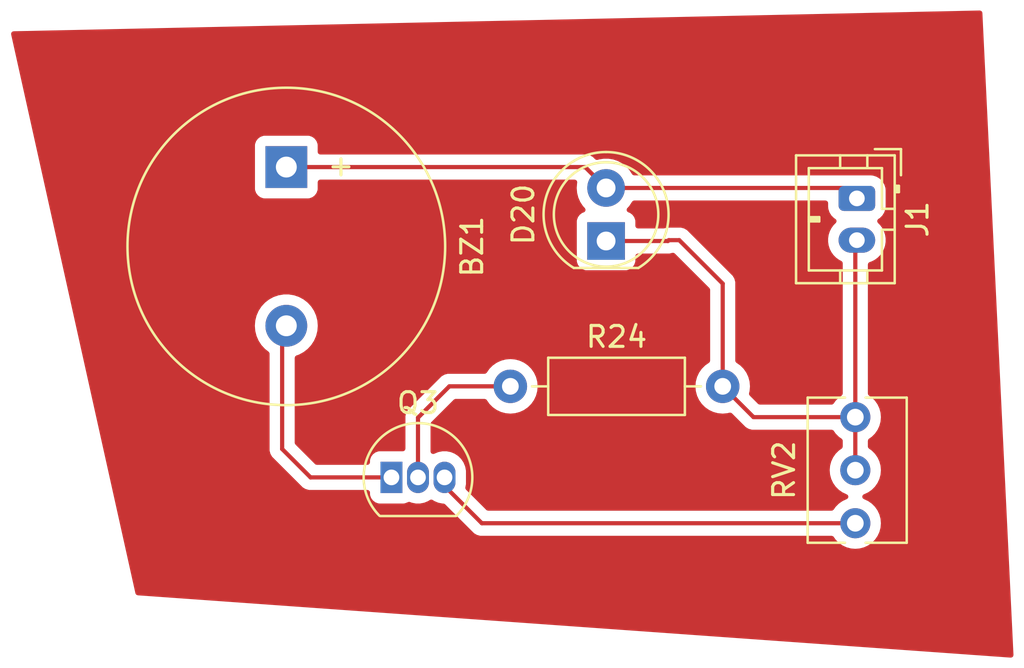
<source format=kicad_pcb>
(kicad_pcb (version 20240108) (generator "pcbnew") (generator_version "8.0")
  (layers (0 "F.Cu" signal) (31 "B.Cu" signal) (34 "B.Paste" user) (35 "F.Paste" user) (36 "B.SilkS" user "B.Silkscreen") (37 "F.SilkS" user "F.Silkscreen") (38 "B.Mask" user) (39 "F.Mask" user) (44 "Edge.Cuts" user))
  (net 0 "")
  (net 1 "Net-(BZ1--)")
  (net 2 "Net-(BT1-+)")
  (net 3 "Net-(D20-K)")
  (net 4 "GND")
  (net 5 "Net-(Q3-B)")
  (net 6 "Net-(BT1--)")
  (footprint "Package_TO_SOT_THT:TO-92_Inline" (layer "F.Cu") (at 128.23 102.36)
    (property "Reference" "Q3" (at 1.27 -3.56 0) (layer "F.SilkS"))
    (property "Value" "BC337-40")
    (fp_line (start -0.53 1.85) (end 3.07 1.85) (stroke (width 0.12)) (layer "F.SilkS"))
    (fp_arc (start -0.568478 1.838478) (mid -1.132087 -0.994977) (end 1.27 -2.6) (stroke (width 0.12)) (layer "F.SilkS"))
    (fp_arc (start 1.27 -2.6) (mid 3.672087 -0.994977) (end 3.108478 1.838478) (stroke (width 0.12)) (layer "F.SilkS"))
    (pad "1" thru_hole rect (at 0 0) (size 1.05 1.5) (drill 0.75) (layers "*.Cu" "*.Mask") (net 1 "Net-(BZ1--)"))
    (pad "2" thru_hole oval (at 1.27 0) (size 1.05 1.5) (drill 0.75) (layers "*.Cu" "*.Mask") (net 5 "Net-(Q3-B)"))
    (pad "3" thru_hole oval (at 2.54 0) (size 1.05 1.5) (drill 0.75) (layers "*.Cu" "*.Mask") (net 6 "Net-(BT1--)"))
  )
  (footprint "Connector_JST:JST_PH_B2B-PH-K_1x02_P2.00mm_Vertical" (layer "F.Cu") (at 150.5 89 -90)
    (property "Reference" "J1" (at 1 -2.9 90) (layer "F.SilkS"))
    (property "Value" "Conn_01x02_Pin")
    (fp_line (start -2.06 2.91) (end 4.06 2.91) (stroke (width 0.12)) (layer "F.SilkS"))
    (fp_line (start 4.06 2.91) (end 4.06 -1.81) (stroke (width 0.12)) (layer "F.SilkS"))
    (fp_line (start -1.45 2.3) (end 3.45 2.3) (stroke (width 0.12)) (layer "F.SilkS"))
    (fp_line (start 0.9 2.3) (end 0.9 1.8) (stroke (width 0.12)) (layer "F.SilkS"))
    (fp_line (start 1 2.3) (end 1 1.8) (stroke (width 0.12)) (layer "F.SilkS"))
    (fp_line (start 3.45 2.3) (end 3.45 -1.2) (stroke (width 0.12)) (layer "F.SilkS"))
    (fp_line (start 0.9 1.8) (end 1.1 1.8) (stroke (width 0.12)) (layer "F.SilkS"))
    (fp_line (start 1.1 1.8) (end 1.1 2.3) (stroke (width 0.12)) (layer "F.SilkS"))
    (fp_line (start -2.06 0.8) (end -1.45 0.8) (stroke (width 0.12)) (layer "F.SilkS"))
    (fp_line (start 4.06 0.8) (end 3.45 0.8) (stroke (width 0.12)) (layer "F.SilkS"))
    (fp_line (start -2.06 -0.5) (end -1.45 -0.5) (stroke (width 0.12)) (layer "F.SilkS"))
    (fp_line (start 4.06 -0.5) (end 3.45 -0.5) (stroke (width 0.12)) (layer "F.SilkS"))
    (fp_line (start -1.45 -1.2) (end -1.45 2.3) (stroke (width 0.12)) (layer "F.SilkS"))
    (fp_line (start 0.5 -1.2) (end -1.45 -1.2) (stroke (width 0.12)) (layer "F.SilkS"))
    (fp_line (start 1.5 -1.2) (end 1.5 -1.81) (stroke (width 0.12)) (layer "F.SilkS"))
    (fp_line (start 3.45 -1.2) (end 1.5 -1.2) (stroke (width 0.12)) (layer "F.SilkS"))
    (fp_line (start -2.06 -1.81) (end -2.06 2.91) (stroke (width 0.12)) (layer "F.SilkS"))
    (fp_line (start -0.3 -1.81) (end -0.3 -2.01) (stroke (width 0.12)) (layer "F.SilkS"))
    (fp_line (start 0.5 -1.81) (end 0.5 -1.2) (stroke (width 0.12)) (layer "F.SilkS"))
    (fp_line (start 4.06 -1.81) (end -2.06 -1.81) (stroke (width 0.12)) (layer "F.SilkS"))
    (fp_line (start -0.3 -1.91) (end -0.6 -1.91) (stroke (width 0.12)) (layer "F.SilkS"))
    (fp_line (start -0.6 -2.01) (end -0.6 -1.81) (stroke (width 0.12)) (layer "F.SilkS"))
    (fp_line (start -0.3 -2.01) (end -0.6 -2.01) (stroke (width 0.12)) (layer "F.SilkS"))
    (fp_line (start -2.36 -2.11) (end -2.36 -0.86) (stroke (width 0.12)) (layer "F.SilkS"))
    (fp_line (start -1.11 -2.11) (end -2.36 -2.11) (stroke (width 0.12)) (layer "F.SilkS"))
    (pad "1" thru_hole roundrect (at 0 0 270) (size 1.2 1.75) (drill 0.75) (layers "*.Cu" "*.Mask") (roundrect_rratio 0.208333) (net 2 "Net-(BT1-+)"))
    (pad "2" thru_hole oval (at 2 0 270) (size 1.2 1.75) (drill 0.75) (layers "*.Cu" "*.Mask") (net 3 "Net-(D20-K)"))
  )
  (footprint "Buzzer_Beeper:Buzzer_15x7.5RM7.6" (layer "F.Cu") (at 123.2 87.5 -90)
    (property "Reference" "BZ1" (at 3.81 -8.89 90) (layer "F.SilkS"))
    (property "Value" "Buzzer")
    (fp_circle (center 3.8 0) (end 11.4 0) (stroke (width 0.12)) (fill none) (layer "F.SilkS"))
    (fp_text user "+" (at -0.01 -2.54 90) (layer "F.SilkS"))
    (pad "1" thru_hole rect (at 0 0 270) (size 2 2) (drill 1) (layers "*.Cu" "*.Mask") (net 2 "Net-(BT1-+)"))
    (pad "2" thru_hole circle (at 7.6 0 270) (size 2 2) (drill 1) (layers "*.Cu" "*.Mask") (net 1 "Net-(BZ1--)"))
  )
  (footprint "Potentiometer_THT:Potentiometer_Bourns_3266Y_Vertical" (layer "F.Cu") (at 150.425 99.475 90)
    (property "Reference" "RV2" (at -2.54 -3.41 90) (layer "F.SilkS"))
    (property "Value" "R_Potentiometer")
    (fp_line (start 0.935 -2.28) (end 0.935 -0.494) (stroke (width 0.12)) (layer "F.SilkS"))
    (fp_line (start -6.015 -2.28) (end 0.935 -2.28) (stroke (width 0.12)) (layer "F.SilkS"))
    (fp_line (start -6.015 -2.28) (end -6.015 -0.494) (stroke (width 0.12)) (layer "F.SilkS"))
    (fp_line (start 0.935 0.496) (end 0.935 2.46) (stroke (width 0.12)) (layer "F.SilkS"))
    (fp_line (start -6.015 0.496) (end -6.015 2.46) (stroke (width 0.12)) (layer "F.SilkS"))
    (fp_line (start -6.015 2.46) (end 0.935 2.46) (stroke (width 0.12)) (layer "F.SilkS"))
    (pad "1" thru_hole circle (at 0 0 90) (size 1.44 1.44) (drill 0.8) (layers "*.Cu" "*.Mask") (net 3 "Net-(D20-K)"))
    (pad "2" thru_hole circle (at -2.54 0 90) (size 1.44 1.44) (drill 0.8) (layers "*.Cu" "*.Mask") (net 3 "Net-(D20-K)"))
    (pad "3" thru_hole circle (at -5.08 0 90) (size 1.44 1.44) (drill 0.8) (layers "*.Cu" "*.Mask") (net 6 "Net-(BT1--)"))
  )
  (footprint "Resistor_THT:R_Axial_DIN0207_L6.3mm_D2.5mm_P10.16mm_Horizontal" (layer "F.Cu") (at 133.92 98)
    (property "Reference" "R24" (at 5.08 -2.37 360) (layer "F.SilkS"))
    (property "Value" "R")
    (fp_line (start 1.04 0) (end 1.81 0) (stroke (width 0.12)) (layer "F.SilkS"))
    (fp_line (start 1.81 -1.37) (end 1.81 1.37) (stroke (width 0.12)) (layer "F.SilkS"))
    (fp_line (start 1.81 1.37) (end 8.35 1.37) (stroke (width 0.12)) (layer "F.SilkS"))
    (fp_line (start 8.35 -1.37) (end 1.81 -1.37) (stroke (width 0.12)) (layer "F.SilkS"))
    (fp_line (start 8.35 1.37) (end 8.35 -1.37) (stroke (width 0.12)) (layer "F.SilkS"))
    (fp_line (start 9.12 0) (end 8.35 0) (stroke (width 0.12)) (layer "F.SilkS"))
    (pad "1" thru_hole circle (at 0 0) (size 1.6 1.6) (drill 0.8) (layers "*.Cu" "*.Mask") (net 5 "Net-(Q3-B)"))
    (pad "2" thru_hole oval (at 10.16 0) (size 1.6 1.6) (drill 0.8) (layers "*.Cu" "*.Mask") (net 3 "Net-(D20-K)"))
  )
  (footprint "LED_THT:LED_D5.0mm" (layer "F.Cu") (at 138.5 91.04 90)
    (property "Reference" "D20" (at 1.27 -3.96 90) (layer "F.SilkS"))
    (property "Value" "LED")
    (fp_line (start -1.29 -1.545) (end -1.29 1.545) (stroke (width 0.12)) (layer "F.SilkS"))
    (fp_arc (start -1.29 -1.54483) (mid 2.072002 -2.880433) (end 4.26 0.000462) (stroke (width 0.12)) (layer "F.SilkS"))
    (fp_arc (start 4.26 -0.000462) (mid 2.072002 2.880433) (end -1.29 1.54483) (stroke (width 0.12)) (layer "F.SilkS"))
    (fp_circle (center 1.27 0) (end 3.77 0) (stroke (width 0.12)) (fill none) (layer "F.SilkS"))
    (pad "1" thru_hole rect (at 0 0 90) (size 1.8 1.8) (drill 0.9) (layers "*.Cu" "*.Mask") (net 3 "Net-(D20-K)"))
    (pad "2" thru_hole circle (at 2.54 0 90) (size 1.8 1.8) (drill 0.9) (layers "*.Cu" "*.Mask") (net 2 "Net-(BT1-+)"))
  )
  (segment (start 124.36 102.36) (end 128.23 102.36) (width 0.2) (layer "F.Cu") (net 1))
  (segment (start 123 101) (end 124.36 102.36) (width 0.2) (layer "F.Cu") (net 1))
  (segment (start 123.2 95.1) (end 123 95.3) (width 0.2) (layer "F.Cu") (net 1))
  (segment (start 123 95.3) (end 123 101) (width 0.2) (layer "F.Cu") (net 1))
  (segment (start 138.5 88.5) (end 150 88.5) (width 0.2) (layer "F.Cu") (net 2))
  (segment (start 137.5 87.5) (end 138.5 88.5) (width 0.2) (layer "F.Cu") (net 2))
  (segment (start 123.2 87.5) (end 137.5 87.5) (width 0.2) (layer "F.Cu") (net 2))
  (segment (start 150 88.5) (end 150.5 89) (width 0.2) (layer "F.Cu") (net 2))
  (segment (start 142 91) (end 141.5 91) (width 0.2) (layer "F.Cu") (net 3))
  (segment (start 141.5 91) (end 141.46 91.04) (width 0.2) (layer "F.Cu") (net 3))
  (segment (start 150.5 91) (end 150.5 91.5) (width 0.2) (layer "F.Cu") (net 3))
  (segment (start 150.425 99.475) (end 145.555 99.475) (width 0.2) (layer "F.Cu") (net 3))
  (segment (start 144.08 98) (end 144.08 93.08) (width 0.2) (layer "F.Cu") (net 3))
  (segment (start 144.08 93.08) (end 142 91) (width 0.2) (layer "F.Cu") (net 3))
  (segment (start 150.425 91.575) (end 150.425 99.475) (width 0.2) (layer "F.Cu") (net 3))
  (segment (start 141.46 91.04) (end 138.5 91.04) (width 0.2) (layer "F.Cu") (net 3))
  (segment (start 150.425 99.475) (end 150.425 102.015) (width 0.2) (layer "F.Cu") (net 3))
  (segment (start 145.555 99.475) (end 144.08 98) (width 0.2) (layer "F.Cu") (net 3))
  (segment (start 150.5 91.5) (end 150.425 91.575) (width 0.2) (layer "F.Cu") (net 3))
  (segment (start 131 98) (end 129.5 99.5) (width 0.2) (layer "F.Cu") (net 5))
  (segment (start 133.92 98) (end 131 98) (width 0.2) (layer "F.Cu") (net 5))
  (segment (start 129.5 99.5) (end 129.5 102.36) (width 0.2) (layer "F.Cu") (net 5))
  (segment (start 130.77 102.77) (end 132.555 104.555) (width 0.2) (layer "F.Cu") (net 6))
  (segment (start 132.555 104.555) (end 150.425 104.555) (width 0.2) (layer "F.Cu") (net 6))
  (segment (start 130.77 102.36) (end 130.77 102.77) (width 0.2) (layer "F.Cu") (net 6))
  (zone (net 4) (net_name "GND") (layer "F.Cu") (connect_pads (clearance 0.5)) (min_thickness 0.25) (fill yes (thermal_gap 0.5) (thermal_bridge_width 0.5))
    (polygon (pts (xy 110 81) (xy 156.5 80) (xy 158 111) (xy 116 108)))
  )
)
</source>
